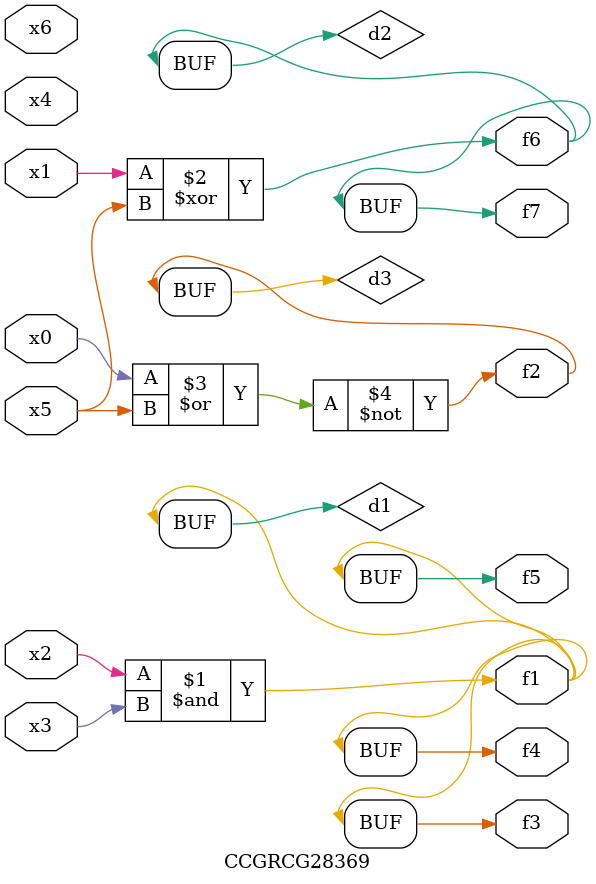
<source format=v>
module CCGRCG28369(
	input x0, x1, x2, x3, x4, x5, x6,
	output f1, f2, f3, f4, f5, f6, f7
);

	wire d1, d2, d3;

	and (d1, x2, x3);
	xor (d2, x1, x5);
	nor (d3, x0, x5);
	assign f1 = d1;
	assign f2 = d3;
	assign f3 = d1;
	assign f4 = d1;
	assign f5 = d1;
	assign f6 = d2;
	assign f7 = d2;
endmodule

</source>
